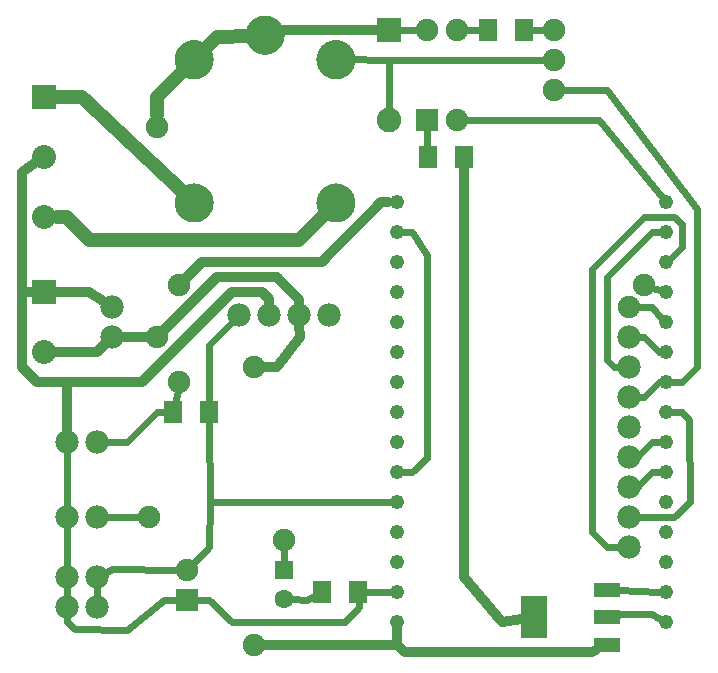
<source format=gbl>
G04 MADE WITH FRITZING*
G04 WWW.FRITZING.ORG*
G04 DOUBLE SIDED*
G04 HOLES PLATED*
G04 CONTOUR ON CENTER OF CONTOUR VECTOR*
%ASAXBY*%
%FSLAX23Y23*%
%MOIN*%
%OFA0B0*%
%SFA1.0B1.0*%
%ADD10C,0.047859*%
%ADD11C,0.080000*%
%ADD12C,0.078000*%
%ADD13C,0.129921*%
%ADD14C,0.082000*%
%ADD15C,0.075000*%
%ADD16C,0.062992*%
%ADD17C,0.075433*%
%ADD18R,0.079986X0.080000*%
%ADD19R,0.082000X0.082000*%
%ADD20R,0.062992X0.074803*%
%ADD21R,0.080000X0.080000*%
%ADD22R,0.075000X0.075000*%
%ADD23R,0.088000X0.048000*%
%ADD24R,0.086614X0.141732*%
%ADD25R,0.062992X0.062992*%
%ADD26C,0.032000*%
%ADD27C,0.024000*%
%ADD28C,0.048000*%
%ADD29R,0.001000X0.001000*%
%LNCOPPER0*%
G90*
G70*
G54D10*
X2178Y1498D03*
X1281Y1698D03*
X1281Y1598D03*
X1281Y1498D03*
X1281Y1398D03*
X1281Y1298D03*
X2178Y1598D03*
X2178Y1698D03*
X2178Y1398D03*
X1281Y1198D03*
X1281Y1098D03*
X1281Y999D03*
X1281Y899D03*
X1281Y799D03*
X1281Y699D03*
X1281Y599D03*
X1281Y499D03*
X1281Y400D03*
X1281Y300D03*
X2178Y999D03*
X2178Y899D03*
X2178Y799D03*
X2178Y699D03*
X2178Y599D03*
X2178Y499D03*
X2178Y400D03*
X2178Y300D03*
X2178Y1298D03*
X2178Y1198D03*
X2178Y1098D03*
G54D11*
X106Y1399D03*
X106Y1199D03*
G54D12*
X331Y1249D03*
X331Y1349D03*
G54D13*
X842Y2255D03*
X606Y2174D03*
X606Y1696D03*
X1078Y2174D03*
X1078Y1696D03*
G54D14*
X1256Y2272D03*
X1256Y1974D03*
G54D11*
X106Y1849D03*
X106Y1649D03*
X106Y2049D03*
G54D15*
X1381Y1974D03*
X1381Y2274D03*
X1481Y1974D03*
X1481Y2274D03*
G54D12*
X1056Y1324D03*
X956Y1324D03*
X856Y1324D03*
X756Y1324D03*
G54D15*
X581Y374D03*
X581Y474D03*
G54D12*
X181Y349D03*
X281Y349D03*
X181Y349D03*
X281Y349D03*
X281Y449D03*
X181Y449D03*
X281Y899D03*
X281Y899D03*
X181Y899D03*
X281Y649D03*
X181Y649D03*
X2056Y1249D03*
X2056Y1149D03*
X2056Y1049D03*
X2056Y949D03*
X2056Y849D03*
X2056Y749D03*
X2056Y649D03*
X2056Y549D03*
G54D16*
X906Y474D03*
X906Y376D03*
G54D17*
X806Y224D03*
X806Y1149D03*
X456Y649D03*
X2106Y1424D03*
X906Y574D03*
X2056Y1349D03*
X556Y1099D03*
X481Y1249D03*
X481Y1949D03*
X556Y1424D03*
G54D15*
X1806Y2274D03*
X1806Y2174D03*
X1806Y2074D03*
G54D18*
X106Y1399D03*
G54D19*
X1256Y2273D03*
G54D20*
X1584Y2274D03*
X1706Y2274D03*
X1384Y1849D03*
X1506Y1849D03*
G54D21*
X106Y2049D03*
G54D22*
X1381Y1974D03*
X581Y374D03*
G54D23*
X1981Y406D03*
X1981Y315D03*
X1981Y224D03*
G54D24*
X1737Y315D03*
G54D20*
X534Y999D03*
X656Y999D03*
G54D25*
X906Y474D03*
G54D20*
X1153Y399D03*
X1031Y399D03*
G54D26*
X256Y1398D02*
X301Y1369D01*
D02*
X80Y1099D02*
X182Y1099D01*
G54D27*
D02*
X656Y967D02*
X657Y699D01*
D02*
X380Y899D02*
X311Y899D01*
D02*
X480Y1000D02*
X380Y899D01*
D02*
X2231Y1549D02*
X2194Y1513D01*
D02*
X2231Y1625D02*
X2231Y1549D01*
D02*
X2205Y1649D02*
X2231Y1625D01*
G54D26*
D02*
X143Y1399D02*
X256Y1398D01*
G54D27*
D02*
X2131Y1600D02*
X2156Y1599D01*
D02*
X1981Y1174D02*
X1981Y1449D01*
D02*
X2006Y1149D02*
X1981Y1174D01*
D02*
X1981Y1449D02*
X2131Y1600D01*
D02*
X2026Y1149D02*
X2006Y1149D01*
D02*
X2106Y1649D02*
X2205Y1649D01*
D02*
X2130Y325D02*
X2032Y325D01*
D02*
X2032Y325D02*
X2019Y323D01*
G54D26*
D02*
X31Y1401D02*
X69Y1400D01*
D02*
X31Y1799D02*
X31Y1401D01*
D02*
X75Y1829D02*
X31Y1799D01*
D02*
X31Y1149D02*
X80Y1099D01*
D02*
X31Y1401D02*
X31Y1149D01*
G54D27*
D02*
X181Y679D02*
X181Y869D01*
D02*
X181Y479D02*
X181Y619D01*
D02*
X181Y419D02*
X181Y379D01*
D02*
X182Y300D02*
X182Y319D01*
D02*
X207Y275D02*
X182Y300D01*
D02*
X380Y274D02*
X207Y275D01*
D02*
X505Y374D02*
X380Y274D01*
D02*
X552Y374D02*
X505Y374D01*
D02*
X1331Y798D02*
X1303Y799D01*
D02*
X1380Y847D02*
X1331Y798D01*
D02*
X1331Y1599D02*
X1380Y1524D01*
D02*
X1380Y1524D02*
X1380Y847D01*
D02*
X1303Y1598D02*
X1331Y1599D01*
G54D28*
D02*
X681Y2248D02*
X794Y2253D01*
D02*
X640Y2208D02*
X681Y2248D01*
D02*
X232Y2049D02*
X571Y1729D01*
D02*
X148Y2049D02*
X232Y2049D01*
D02*
X955Y1574D02*
X1044Y1662D01*
D02*
X256Y1574D02*
X955Y1574D01*
D02*
X182Y1650D02*
X256Y1574D01*
D02*
X148Y1650D02*
X182Y1650D01*
G54D27*
D02*
X1106Y2175D02*
X1115Y2176D01*
D02*
X1256Y2174D02*
X1106Y2175D01*
D02*
X1256Y2006D02*
X1256Y2174D01*
G54D26*
D02*
X906Y2274D02*
X883Y2267D01*
D02*
X1218Y2272D02*
X906Y2274D01*
G54D27*
D02*
X1777Y2174D02*
X1256Y2174D01*
D02*
X2282Y1150D02*
X2231Y1099D01*
D02*
X2231Y1099D02*
X2200Y1099D01*
D02*
X2281Y1675D02*
X2282Y1150D01*
D02*
X1834Y2074D02*
X1981Y2073D01*
D02*
X1981Y2073D02*
X2281Y1675D01*
D02*
X1509Y2274D02*
X1558Y2274D01*
D02*
X1288Y2273D02*
X1352Y2274D01*
D02*
X1956Y1974D02*
X1509Y1974D01*
D02*
X2164Y1715D02*
X1956Y1974D01*
D02*
X1383Y1881D02*
X1382Y1946D01*
G54D26*
D02*
X182Y1099D02*
X181Y935D01*
D02*
X856Y1375D02*
X830Y1400D01*
D02*
X731Y1399D02*
X431Y1099D01*
D02*
X431Y1099D02*
X182Y1099D01*
D02*
X830Y1400D02*
X731Y1399D01*
D02*
X856Y1360D02*
X856Y1375D01*
G54D27*
D02*
X730Y299D02*
X1107Y300D01*
D02*
X656Y374D02*
X730Y299D01*
D02*
X609Y374D02*
X656Y374D01*
D02*
X308Y463D02*
X331Y475D01*
D02*
X331Y475D02*
X552Y474D01*
D02*
X281Y379D02*
X281Y419D01*
D02*
X656Y549D02*
X657Y699D01*
D02*
X601Y494D02*
X656Y549D01*
D02*
X657Y699D02*
X1259Y699D01*
D02*
X508Y999D02*
X480Y1000D01*
D02*
X656Y1031D02*
X656Y1224D01*
G54D26*
D02*
X282Y1199D02*
X143Y1199D01*
D02*
X306Y1224D02*
X282Y1199D01*
D02*
X446Y1249D02*
X367Y1249D01*
D02*
X681Y1449D02*
X505Y1273D01*
D02*
X881Y1449D02*
X681Y1449D01*
D02*
X955Y1374D02*
X881Y1449D01*
D02*
X956Y1360D02*
X955Y1374D01*
D02*
X1280Y223D02*
X1281Y272D01*
D02*
X1932Y199D02*
X1307Y199D01*
D02*
X1945Y206D02*
X1932Y199D01*
D02*
X1307Y199D02*
X1280Y223D01*
G54D27*
D02*
X2159Y310D02*
X2130Y325D01*
D02*
X2156Y400D02*
X2019Y405D01*
G54D26*
D02*
X1505Y449D02*
X1630Y300D01*
D02*
X1630Y300D02*
X1699Y310D01*
D02*
X1506Y1817D02*
X1505Y449D01*
G54D27*
D02*
X2105Y1249D02*
X2086Y1249D01*
D02*
X2156Y1198D02*
X2105Y1249D01*
D02*
X2156Y1198D02*
X2156Y1198D01*
D02*
X2106Y1049D02*
X2086Y1049D01*
D02*
X2156Y1098D02*
X2106Y1049D01*
D02*
X2156Y1098D02*
X2156Y1098D01*
D02*
X1930Y1475D02*
X2106Y1649D01*
D02*
X1981Y548D02*
X1930Y599D01*
D02*
X1930Y599D02*
X1930Y1475D01*
D02*
X2026Y549D02*
X1981Y548D01*
D02*
X2205Y649D02*
X2086Y649D01*
D02*
X2257Y700D02*
X2205Y649D01*
D02*
X2230Y999D02*
X2255Y974D01*
D02*
X2200Y999D02*
X2230Y999D01*
D02*
X2131Y800D02*
X2156Y800D01*
D02*
X2080Y749D02*
X2131Y800D01*
D02*
X2086Y749D02*
X2080Y749D01*
D02*
X2131Y900D02*
X2156Y900D01*
D02*
X2080Y850D02*
X2131Y900D01*
D02*
X2086Y850D02*
X2080Y850D01*
D02*
X735Y1303D02*
X656Y1224D01*
G54D26*
D02*
X840Y224D02*
X1280Y223D01*
G54D27*
D02*
X1156Y349D02*
X1107Y300D01*
D02*
X1155Y367D02*
X1156Y349D01*
D02*
X933Y375D02*
X981Y374D01*
D02*
X981Y374D02*
X1005Y386D01*
G54D26*
D02*
X631Y1499D02*
X580Y1449D01*
D02*
X1031Y1498D02*
X631Y1499D01*
D02*
X1229Y1698D02*
X1031Y1498D01*
D02*
X1253Y1698D02*
X1229Y1698D01*
D02*
X957Y1249D02*
X956Y1289D01*
D02*
X881Y1150D02*
X957Y1249D01*
D02*
X840Y1149D02*
X881Y1150D01*
G54D27*
D02*
X541Y1031D02*
X550Y1071D01*
D02*
X2131Y1349D02*
X2085Y1349D01*
D02*
X2163Y1314D02*
X2131Y1349D01*
D02*
X906Y545D02*
X906Y501D01*
D02*
X2133Y1414D02*
X2157Y1406D01*
D02*
X311Y649D02*
X427Y649D01*
G54D28*
D02*
X481Y2048D02*
X481Y1989D01*
D02*
X572Y2140D02*
X481Y2048D01*
G54D27*
D02*
X1732Y2274D02*
X1777Y2274D01*
D02*
X1179Y399D02*
X1259Y399D01*
D02*
X2255Y974D02*
X2257Y700D01*
G54D29*
X839Y2320D02*
X844Y2320D01*
X831Y2319D02*
X852Y2319D01*
X826Y2318D02*
X857Y2318D01*
X822Y2317D02*
X861Y2317D01*
X819Y2316D02*
X864Y2316D01*
X817Y2315D02*
X866Y2315D01*
X815Y2314D02*
X868Y2314D01*
X813Y2313D02*
X870Y2313D01*
X811Y2312D02*
X872Y2312D01*
X809Y2311D02*
X874Y2311D01*
X807Y2310D02*
X876Y2310D01*
X806Y2309D02*
X877Y2309D01*
X804Y2308D02*
X879Y2308D01*
X803Y2307D02*
X880Y2307D01*
X802Y2306D02*
X881Y2306D01*
X800Y2305D02*
X883Y2305D01*
X799Y2304D02*
X884Y2304D01*
X798Y2303D02*
X885Y2303D01*
X797Y2302D02*
X886Y2302D01*
X796Y2301D02*
X887Y2301D01*
X795Y2300D02*
X888Y2300D01*
X794Y2299D02*
X889Y2299D01*
X793Y2298D02*
X890Y2298D01*
X792Y2297D02*
X891Y2297D01*
X792Y2296D02*
X891Y2296D01*
X791Y2295D02*
X892Y2295D01*
X790Y2294D02*
X893Y2294D01*
X789Y2293D02*
X894Y2293D01*
X789Y2292D02*
X894Y2292D01*
X788Y2291D02*
X895Y2291D01*
X787Y2290D02*
X896Y2290D01*
X787Y2289D02*
X896Y2289D01*
X786Y2288D02*
X897Y2288D01*
X785Y2287D02*
X898Y2287D01*
X785Y2286D02*
X898Y2286D01*
X784Y2285D02*
X899Y2285D01*
X784Y2284D02*
X899Y2284D01*
X783Y2283D02*
X900Y2283D01*
X783Y2282D02*
X900Y2282D01*
X782Y2281D02*
X901Y2281D01*
X782Y2280D02*
X834Y2280D01*
X849Y2280D02*
X901Y2280D01*
X782Y2279D02*
X832Y2279D01*
X852Y2279D02*
X901Y2279D01*
X781Y2278D02*
X829Y2278D01*
X854Y2278D02*
X902Y2278D01*
X781Y2277D02*
X828Y2277D01*
X855Y2277D02*
X902Y2277D01*
X781Y2276D02*
X826Y2276D01*
X857Y2276D02*
X902Y2276D01*
X780Y2275D02*
X825Y2275D01*
X858Y2275D02*
X903Y2275D01*
X780Y2274D02*
X824Y2274D01*
X859Y2274D02*
X903Y2274D01*
X780Y2273D02*
X823Y2273D01*
X860Y2273D02*
X903Y2273D01*
X779Y2272D02*
X822Y2272D01*
X861Y2272D02*
X904Y2272D01*
X779Y2271D02*
X821Y2271D01*
X862Y2271D02*
X904Y2271D01*
X779Y2270D02*
X820Y2270D01*
X863Y2270D02*
X904Y2270D01*
X779Y2269D02*
X819Y2269D01*
X864Y2269D02*
X904Y2269D01*
X778Y2268D02*
X819Y2268D01*
X864Y2268D02*
X905Y2268D01*
X778Y2267D02*
X818Y2267D01*
X865Y2267D02*
X905Y2267D01*
X778Y2266D02*
X818Y2266D01*
X865Y2266D02*
X905Y2266D01*
X778Y2265D02*
X817Y2265D01*
X866Y2265D02*
X905Y2265D01*
X778Y2264D02*
X817Y2264D01*
X866Y2264D02*
X905Y2264D01*
X778Y2263D02*
X817Y2263D01*
X866Y2263D02*
X905Y2263D01*
X777Y2262D02*
X816Y2262D01*
X867Y2262D02*
X906Y2262D01*
X777Y2261D02*
X816Y2261D01*
X867Y2261D02*
X906Y2261D01*
X777Y2260D02*
X816Y2260D01*
X867Y2260D02*
X906Y2260D01*
X777Y2259D02*
X816Y2259D01*
X867Y2259D02*
X906Y2259D01*
X777Y2258D02*
X816Y2258D01*
X868Y2258D02*
X906Y2258D01*
X777Y2257D02*
X815Y2257D01*
X868Y2257D02*
X906Y2257D01*
X777Y2256D02*
X815Y2256D01*
X868Y2256D02*
X906Y2256D01*
X777Y2255D02*
X815Y2255D01*
X868Y2255D02*
X906Y2255D01*
X777Y2254D02*
X815Y2254D01*
X868Y2254D02*
X906Y2254D01*
X777Y2253D02*
X815Y2253D01*
X868Y2253D02*
X906Y2253D01*
X777Y2252D02*
X816Y2252D01*
X867Y2252D02*
X906Y2252D01*
X777Y2251D02*
X816Y2251D01*
X867Y2251D02*
X906Y2251D01*
X777Y2250D02*
X816Y2250D01*
X867Y2250D02*
X906Y2250D01*
X777Y2249D02*
X816Y2249D01*
X867Y2249D02*
X906Y2249D01*
X778Y2248D02*
X816Y2248D01*
X867Y2248D02*
X905Y2248D01*
X778Y2247D02*
X817Y2247D01*
X866Y2247D02*
X905Y2247D01*
X778Y2246D02*
X817Y2246D01*
X866Y2246D02*
X905Y2246D01*
X778Y2245D02*
X818Y2245D01*
X865Y2245D02*
X905Y2245D01*
X778Y2244D02*
X818Y2244D01*
X865Y2244D02*
X905Y2244D01*
X778Y2243D02*
X819Y2243D01*
X864Y2243D02*
X905Y2243D01*
X779Y2242D02*
X819Y2242D01*
X864Y2242D02*
X904Y2242D01*
X779Y2241D02*
X820Y2241D01*
X863Y2241D02*
X904Y2241D01*
X779Y2240D02*
X820Y2240D01*
X863Y2240D02*
X904Y2240D01*
X599Y2239D02*
X612Y2239D01*
X779Y2239D02*
X821Y2239D01*
X862Y2239D02*
X904Y2239D01*
X1071Y2239D02*
X1084Y2239D01*
X593Y2238D02*
X618Y2238D01*
X780Y2238D02*
X822Y2238D01*
X861Y2238D02*
X903Y2238D01*
X1065Y2238D02*
X1090Y2238D01*
X589Y2237D02*
X622Y2237D01*
X780Y2237D02*
X823Y2237D01*
X860Y2237D02*
X903Y2237D01*
X1061Y2237D02*
X1094Y2237D01*
X585Y2236D02*
X626Y2236D01*
X780Y2236D02*
X824Y2236D01*
X859Y2236D02*
X903Y2236D01*
X1058Y2236D02*
X1098Y2236D01*
X582Y2235D02*
X628Y2235D01*
X780Y2235D02*
X825Y2235D01*
X858Y2235D02*
X903Y2235D01*
X1055Y2235D02*
X1101Y2235D01*
X580Y2234D02*
X631Y2234D01*
X781Y2234D02*
X827Y2234D01*
X856Y2234D02*
X902Y2234D01*
X1052Y2234D02*
X1103Y2234D01*
X578Y2233D02*
X633Y2233D01*
X781Y2233D02*
X828Y2233D01*
X855Y2233D02*
X902Y2233D01*
X1050Y2233D02*
X1105Y2233D01*
X576Y2232D02*
X635Y2232D01*
X781Y2232D02*
X830Y2232D01*
X853Y2232D02*
X902Y2232D01*
X1048Y2232D02*
X1107Y2232D01*
X574Y2231D02*
X637Y2231D01*
X782Y2231D02*
X833Y2231D01*
X850Y2231D02*
X901Y2231D01*
X1046Y2231D02*
X1109Y2231D01*
X572Y2230D02*
X638Y2230D01*
X782Y2230D02*
X836Y2230D01*
X847Y2230D02*
X901Y2230D01*
X1045Y2230D02*
X1111Y2230D01*
X571Y2229D02*
X640Y2229D01*
X783Y2229D02*
X900Y2229D01*
X1043Y2229D02*
X1112Y2229D01*
X569Y2228D02*
X642Y2228D01*
X783Y2228D02*
X900Y2228D01*
X1042Y2228D02*
X1114Y2228D01*
X568Y2227D02*
X643Y2227D01*
X784Y2227D02*
X899Y2227D01*
X1040Y2227D02*
X1115Y2227D01*
X566Y2226D02*
X644Y2226D01*
X784Y2226D02*
X899Y2226D01*
X1039Y2226D02*
X1117Y2226D01*
X565Y2225D02*
X646Y2225D01*
X785Y2225D02*
X898Y2225D01*
X1037Y2225D02*
X1118Y2225D01*
X564Y2224D02*
X647Y2224D01*
X785Y2224D02*
X898Y2224D01*
X1036Y2224D02*
X1119Y2224D01*
X563Y2223D02*
X648Y2223D01*
X786Y2223D02*
X897Y2223D01*
X1035Y2223D02*
X1120Y2223D01*
X562Y2222D02*
X649Y2222D01*
X786Y2222D02*
X897Y2222D01*
X1034Y2222D02*
X1121Y2222D01*
X561Y2221D02*
X650Y2221D01*
X787Y2221D02*
X896Y2221D01*
X1033Y2221D02*
X1123Y2221D01*
X560Y2220D02*
X651Y2220D01*
X788Y2220D02*
X895Y2220D01*
X1032Y2220D02*
X1124Y2220D01*
X559Y2219D02*
X652Y2219D01*
X788Y2219D02*
X895Y2219D01*
X1031Y2219D02*
X1124Y2219D01*
X558Y2218D02*
X653Y2218D01*
X789Y2218D02*
X894Y2218D01*
X1030Y2218D02*
X1125Y2218D01*
X557Y2217D02*
X654Y2217D01*
X790Y2217D02*
X893Y2217D01*
X1029Y2217D02*
X1126Y2217D01*
X556Y2216D02*
X655Y2216D01*
X790Y2216D02*
X893Y2216D01*
X1028Y2216D02*
X1127Y2216D01*
X555Y2215D02*
X655Y2215D01*
X791Y2215D02*
X892Y2215D01*
X1028Y2215D02*
X1128Y2215D01*
X554Y2214D02*
X656Y2214D01*
X792Y2214D02*
X891Y2214D01*
X1027Y2214D02*
X1129Y2214D01*
X554Y2213D02*
X657Y2213D01*
X793Y2213D02*
X890Y2213D01*
X1026Y2213D02*
X1129Y2213D01*
X553Y2212D02*
X658Y2212D01*
X794Y2212D02*
X889Y2212D01*
X1025Y2212D02*
X1130Y2212D01*
X552Y2211D02*
X658Y2211D01*
X795Y2211D02*
X888Y2211D01*
X1025Y2211D02*
X1131Y2211D01*
X552Y2210D02*
X659Y2210D01*
X795Y2210D02*
X888Y2210D01*
X1024Y2210D02*
X1131Y2210D01*
X551Y2209D02*
X660Y2209D01*
X796Y2209D02*
X887Y2209D01*
X1023Y2209D02*
X1132Y2209D01*
X550Y2208D02*
X660Y2208D01*
X798Y2208D02*
X885Y2208D01*
X1023Y2208D02*
X1133Y2208D01*
X550Y2207D02*
X661Y2207D01*
X799Y2207D02*
X884Y2207D01*
X1022Y2207D02*
X1133Y2207D01*
X549Y2206D02*
X662Y2206D01*
X800Y2206D02*
X883Y2206D01*
X1021Y2206D02*
X1134Y2206D01*
X549Y2205D02*
X662Y2205D01*
X801Y2205D02*
X882Y2205D01*
X1021Y2205D02*
X1134Y2205D01*
X548Y2204D02*
X663Y2204D01*
X802Y2204D02*
X881Y2204D01*
X1020Y2204D02*
X1135Y2204D01*
X548Y2203D02*
X663Y2203D01*
X804Y2203D02*
X879Y2203D01*
X1020Y2203D02*
X1135Y2203D01*
X547Y2202D02*
X664Y2202D01*
X805Y2202D02*
X878Y2202D01*
X1019Y2202D02*
X1136Y2202D01*
X547Y2201D02*
X664Y2201D01*
X806Y2201D02*
X877Y2201D01*
X1019Y2201D02*
X1136Y2201D01*
X546Y2200D02*
X602Y2200D01*
X609Y2200D02*
X665Y2200D01*
X808Y2200D02*
X875Y2200D01*
X1018Y2200D02*
X1074Y2200D01*
X1081Y2200D02*
X1137Y2200D01*
X546Y2199D02*
X597Y2199D01*
X613Y2199D02*
X665Y2199D01*
X810Y2199D02*
X873Y2199D01*
X1018Y2199D02*
X1070Y2199D01*
X1086Y2199D02*
X1137Y2199D01*
X545Y2198D02*
X595Y2198D01*
X616Y2198D02*
X665Y2198D01*
X811Y2198D02*
X872Y2198D01*
X1018Y2198D02*
X1067Y2198D01*
X1088Y2198D02*
X1138Y2198D01*
X545Y2197D02*
X593Y2197D01*
X618Y2197D02*
X666Y2197D01*
X813Y2197D02*
X870Y2197D01*
X1017Y2197D02*
X1065Y2197D01*
X1090Y2197D02*
X1138Y2197D01*
X545Y2196D02*
X591Y2196D01*
X620Y2196D02*
X666Y2196D01*
X815Y2196D02*
X868Y2196D01*
X1017Y2196D02*
X1063Y2196D01*
X1092Y2196D02*
X1138Y2196D01*
X544Y2195D02*
X590Y2195D01*
X621Y2195D02*
X666Y2195D01*
X818Y2195D02*
X865Y2195D01*
X1017Y2195D02*
X1062Y2195D01*
X1094Y2195D02*
X1139Y2195D01*
X544Y2194D02*
X588Y2194D01*
X622Y2194D02*
X667Y2194D01*
X821Y2194D02*
X862Y2194D01*
X1016Y2194D02*
X1061Y2194D01*
X1095Y2194D02*
X1139Y2194D01*
X544Y2193D02*
X587Y2193D01*
X623Y2193D02*
X667Y2193D01*
X824Y2193D02*
X859Y2193D01*
X1016Y2193D02*
X1060Y2193D01*
X1096Y2193D02*
X1139Y2193D01*
X543Y2192D02*
X586Y2192D01*
X624Y2192D02*
X667Y2192D01*
X828Y2192D02*
X855Y2192D01*
X1016Y2192D02*
X1059Y2192D01*
X1097Y2192D02*
X1140Y2192D01*
X543Y2191D02*
X585Y2191D01*
X625Y2191D02*
X668Y2191D01*
X833Y2191D02*
X850Y2191D01*
X1016Y2191D02*
X1058Y2191D01*
X1098Y2191D02*
X1140Y2191D01*
X543Y2190D02*
X584Y2190D01*
X626Y2190D02*
X668Y2190D01*
X1015Y2190D02*
X1057Y2190D01*
X1099Y2190D02*
X1140Y2190D01*
X543Y2189D02*
X584Y2189D01*
X627Y2189D02*
X668Y2189D01*
X1015Y2189D02*
X1056Y2189D01*
X1099Y2189D02*
X1140Y2189D01*
X542Y2188D02*
X583Y2188D01*
X628Y2188D02*
X668Y2188D01*
X1015Y2188D02*
X1055Y2188D01*
X1100Y2188D02*
X1141Y2188D01*
X542Y2187D02*
X583Y2187D01*
X628Y2187D02*
X668Y2187D01*
X1015Y2187D02*
X1055Y2187D01*
X1100Y2187D02*
X1141Y2187D01*
X542Y2186D02*
X582Y2186D01*
X629Y2186D02*
X669Y2186D01*
X1014Y2186D02*
X1054Y2186D01*
X1101Y2186D02*
X1141Y2186D01*
X542Y2185D02*
X582Y2185D01*
X629Y2185D02*
X669Y2185D01*
X1014Y2185D02*
X1054Y2185D01*
X1102Y2185D02*
X1141Y2185D01*
X542Y2184D02*
X581Y2184D01*
X630Y2184D02*
X669Y2184D01*
X1014Y2184D02*
X1053Y2184D01*
X1102Y2184D02*
X1141Y2184D01*
X542Y2183D02*
X581Y2183D01*
X630Y2183D02*
X669Y2183D01*
X1014Y2183D02*
X1053Y2183D01*
X1102Y2183D02*
X1141Y2183D01*
X541Y2182D02*
X580Y2182D01*
X630Y2182D02*
X669Y2182D01*
X1014Y2182D02*
X1053Y2182D01*
X1103Y2182D02*
X1142Y2182D01*
X541Y2181D02*
X580Y2181D01*
X631Y2181D02*
X669Y2181D01*
X1014Y2181D02*
X1052Y2181D01*
X1103Y2181D02*
X1142Y2181D01*
X541Y2180D02*
X580Y2180D01*
X631Y2180D02*
X669Y2180D01*
X1014Y2180D02*
X1052Y2180D01*
X1103Y2180D02*
X1142Y2180D01*
X541Y2179D02*
X580Y2179D01*
X631Y2179D02*
X670Y2179D01*
X1014Y2179D02*
X1052Y2179D01*
X1103Y2179D02*
X1142Y2179D01*
X541Y2178D02*
X579Y2178D01*
X631Y2178D02*
X670Y2178D01*
X1013Y2178D02*
X1052Y2178D01*
X1104Y2178D02*
X1142Y2178D01*
X541Y2177D02*
X579Y2177D01*
X631Y2177D02*
X670Y2177D01*
X1013Y2177D02*
X1052Y2177D01*
X1104Y2177D02*
X1142Y2177D01*
X541Y2176D02*
X579Y2176D01*
X631Y2176D02*
X670Y2176D01*
X1013Y2176D02*
X1052Y2176D01*
X1104Y2176D02*
X1142Y2176D01*
X541Y2175D02*
X579Y2175D01*
X631Y2175D02*
X670Y2175D01*
X1013Y2175D02*
X1052Y2175D01*
X1104Y2175D02*
X1142Y2175D01*
X541Y2174D02*
X579Y2174D01*
X631Y2174D02*
X670Y2174D01*
X1013Y2174D02*
X1052Y2174D01*
X1104Y2174D02*
X1142Y2174D01*
X541Y2173D02*
X579Y2173D01*
X631Y2173D02*
X670Y2173D01*
X1013Y2173D02*
X1052Y2173D01*
X1104Y2173D02*
X1142Y2173D01*
X541Y2172D02*
X579Y2172D01*
X631Y2172D02*
X670Y2172D01*
X1013Y2172D02*
X1052Y2172D01*
X1104Y2172D02*
X1142Y2172D01*
X541Y2171D02*
X579Y2171D01*
X631Y2171D02*
X670Y2171D01*
X1013Y2171D02*
X1052Y2171D01*
X1104Y2171D02*
X1142Y2171D01*
X541Y2170D02*
X580Y2170D01*
X631Y2170D02*
X670Y2170D01*
X1014Y2170D02*
X1052Y2170D01*
X1103Y2170D02*
X1142Y2170D01*
X541Y2169D02*
X580Y2169D01*
X631Y2169D02*
X669Y2169D01*
X1014Y2169D02*
X1052Y2169D01*
X1103Y2169D02*
X1142Y2169D01*
X541Y2168D02*
X580Y2168D01*
X631Y2168D02*
X669Y2168D01*
X1014Y2168D02*
X1052Y2168D01*
X1103Y2168D02*
X1142Y2168D01*
X541Y2167D02*
X580Y2167D01*
X630Y2167D02*
X669Y2167D01*
X1014Y2167D02*
X1053Y2167D01*
X1103Y2167D02*
X1142Y2167D01*
X542Y2166D02*
X581Y2166D01*
X630Y2166D02*
X669Y2166D01*
X1014Y2166D02*
X1053Y2166D01*
X1102Y2166D02*
X1141Y2166D01*
X542Y2165D02*
X581Y2165D01*
X630Y2165D02*
X669Y2165D01*
X1014Y2165D02*
X1053Y2165D01*
X1102Y2165D02*
X1141Y2165D01*
X542Y2164D02*
X582Y2164D01*
X629Y2164D02*
X669Y2164D01*
X1014Y2164D02*
X1054Y2164D01*
X1101Y2164D02*
X1141Y2164D01*
X542Y2163D02*
X582Y2163D01*
X629Y2163D02*
X669Y2163D01*
X1014Y2163D02*
X1054Y2163D01*
X1101Y2163D02*
X1141Y2163D01*
X542Y2162D02*
X583Y2162D01*
X628Y2162D02*
X668Y2162D01*
X1015Y2162D02*
X1055Y2162D01*
X1100Y2162D02*
X1141Y2162D01*
X542Y2161D02*
X583Y2161D01*
X628Y2161D02*
X668Y2161D01*
X1015Y2161D02*
X1055Y2161D01*
X1100Y2161D02*
X1141Y2161D01*
X543Y2160D02*
X584Y2160D01*
X627Y2160D02*
X668Y2160D01*
X1015Y2160D02*
X1056Y2160D01*
X1099Y2160D02*
X1140Y2160D01*
X543Y2159D02*
X585Y2159D01*
X626Y2159D02*
X668Y2159D01*
X1015Y2159D02*
X1057Y2159D01*
X1099Y2159D02*
X1140Y2159D01*
X543Y2158D02*
X585Y2158D01*
X625Y2158D02*
X667Y2158D01*
X1016Y2158D02*
X1058Y2158D01*
X1098Y2158D02*
X1140Y2158D01*
X543Y2157D02*
X586Y2157D01*
X624Y2157D02*
X667Y2157D01*
X1016Y2157D02*
X1059Y2157D01*
X1097Y2157D02*
X1140Y2157D01*
X544Y2156D02*
X587Y2156D01*
X623Y2156D02*
X667Y2156D01*
X1016Y2156D02*
X1060Y2156D01*
X1096Y2156D02*
X1139Y2156D01*
X544Y2155D02*
X588Y2155D01*
X622Y2155D02*
X667Y2155D01*
X1016Y2155D02*
X1061Y2155D01*
X1095Y2155D02*
X1139Y2155D01*
X544Y2154D02*
X590Y2154D01*
X621Y2154D02*
X666Y2154D01*
X1017Y2154D02*
X1062Y2154D01*
X1093Y2154D02*
X1139Y2154D01*
X545Y2153D02*
X591Y2153D01*
X620Y2153D02*
X666Y2153D01*
X1017Y2153D02*
X1063Y2153D01*
X1092Y2153D02*
X1138Y2153D01*
X545Y2152D02*
X593Y2152D01*
X618Y2152D02*
X666Y2152D01*
X1017Y2152D02*
X1065Y2152D01*
X1090Y2152D02*
X1138Y2152D01*
X545Y2151D02*
X595Y2151D01*
X616Y2151D02*
X665Y2151D01*
X1018Y2151D02*
X1067Y2151D01*
X1088Y2151D02*
X1138Y2151D01*
X546Y2150D02*
X597Y2150D01*
X613Y2150D02*
X665Y2150D01*
X1018Y2150D02*
X1070Y2150D01*
X1086Y2150D02*
X1137Y2150D01*
X546Y2149D02*
X603Y2149D01*
X608Y2149D02*
X665Y2149D01*
X1018Y2149D02*
X1075Y2149D01*
X1080Y2149D02*
X1137Y2149D01*
X547Y2148D02*
X664Y2148D01*
X1019Y2148D02*
X1136Y2148D01*
X547Y2147D02*
X664Y2147D01*
X1019Y2147D02*
X1136Y2147D01*
X548Y2146D02*
X663Y2146D01*
X1020Y2146D02*
X1135Y2146D01*
X548Y2145D02*
X663Y2145D01*
X1020Y2145D02*
X1135Y2145D01*
X549Y2144D02*
X662Y2144D01*
X1021Y2144D02*
X1134Y2144D01*
X549Y2143D02*
X662Y2143D01*
X1022Y2143D02*
X1134Y2143D01*
X550Y2142D02*
X661Y2142D01*
X1022Y2142D02*
X1133Y2142D01*
X550Y2141D02*
X660Y2141D01*
X1023Y2141D02*
X1133Y2141D01*
X551Y2140D02*
X660Y2140D01*
X1023Y2140D02*
X1132Y2140D01*
X552Y2139D02*
X659Y2139D01*
X1024Y2139D02*
X1131Y2139D01*
X552Y2138D02*
X658Y2138D01*
X1025Y2138D02*
X1131Y2138D01*
X553Y2137D02*
X658Y2137D01*
X1025Y2137D02*
X1130Y2137D01*
X554Y2136D02*
X657Y2136D01*
X1026Y2136D02*
X1129Y2136D01*
X554Y2135D02*
X656Y2135D01*
X1027Y2135D02*
X1129Y2135D01*
X555Y2134D02*
X655Y2134D01*
X1028Y2134D02*
X1128Y2134D01*
X556Y2133D02*
X655Y2133D01*
X1028Y2133D02*
X1127Y2133D01*
X557Y2132D02*
X654Y2132D01*
X1029Y2132D02*
X1126Y2132D01*
X558Y2131D02*
X653Y2131D01*
X1030Y2131D02*
X1125Y2131D01*
X559Y2130D02*
X652Y2130D01*
X1031Y2130D02*
X1124Y2130D01*
X560Y2129D02*
X651Y2129D01*
X1032Y2129D02*
X1123Y2129D01*
X561Y2128D02*
X650Y2128D01*
X1033Y2128D02*
X1122Y2128D01*
X562Y2127D02*
X649Y2127D01*
X1034Y2127D02*
X1121Y2127D01*
X563Y2126D02*
X648Y2126D01*
X1035Y2126D02*
X1120Y2126D01*
X564Y2125D02*
X647Y2125D01*
X1036Y2125D02*
X1119Y2125D01*
X565Y2124D02*
X645Y2124D01*
X1038Y2124D02*
X1118Y2124D01*
X567Y2123D02*
X644Y2123D01*
X1039Y2123D02*
X1117Y2123D01*
X568Y2122D02*
X643Y2122D01*
X1040Y2122D02*
X1115Y2122D01*
X569Y2121D02*
X641Y2121D01*
X1042Y2121D02*
X1114Y2121D01*
X571Y2120D02*
X640Y2120D01*
X1043Y2120D02*
X1112Y2120D01*
X572Y2119D02*
X638Y2119D01*
X1045Y2119D02*
X1111Y2119D01*
X574Y2118D02*
X637Y2118D01*
X1046Y2118D02*
X1109Y2118D01*
X576Y2117D02*
X635Y2117D01*
X1048Y2117D02*
X1107Y2117D01*
X578Y2116D02*
X633Y2116D01*
X1050Y2116D02*
X1105Y2116D01*
X580Y2115D02*
X631Y2115D01*
X1052Y2115D02*
X1103Y2115D01*
X582Y2114D02*
X628Y2114D01*
X1055Y2114D02*
X1101Y2114D01*
X585Y2113D02*
X625Y2113D01*
X1058Y2113D02*
X1098Y2113D01*
X589Y2112D02*
X622Y2112D01*
X1061Y2112D02*
X1094Y2112D01*
X593Y2111D02*
X618Y2111D01*
X1065Y2111D02*
X1090Y2111D01*
X599Y2110D02*
X612Y2110D01*
X1071Y2110D02*
X1084Y2110D01*
X603Y1761D02*
X608Y1761D01*
X1075Y1761D02*
X1080Y1761D01*
X594Y1760D02*
X616Y1760D01*
X1067Y1760D02*
X1089Y1760D01*
X590Y1759D02*
X621Y1759D01*
X1062Y1759D02*
X1093Y1759D01*
X586Y1758D02*
X625Y1758D01*
X1058Y1758D02*
X1097Y1758D01*
X583Y1757D02*
X627Y1757D01*
X1056Y1757D02*
X1100Y1757D01*
X580Y1756D02*
X630Y1756D01*
X1053Y1756D02*
X1103Y1756D01*
X578Y1755D02*
X632Y1755D01*
X1051Y1755D02*
X1105Y1755D01*
X576Y1754D02*
X634Y1754D01*
X1049Y1754D02*
X1107Y1754D01*
X574Y1753D02*
X636Y1753D01*
X1047Y1753D02*
X1109Y1753D01*
X573Y1752D02*
X638Y1752D01*
X1045Y1752D02*
X1110Y1752D01*
X571Y1751D02*
X639Y1751D01*
X1044Y1751D02*
X1112Y1751D01*
X570Y1750D02*
X641Y1750D01*
X1042Y1750D02*
X1113Y1750D01*
X568Y1749D02*
X642Y1749D01*
X1041Y1749D02*
X1115Y1749D01*
X567Y1748D02*
X644Y1748D01*
X1039Y1748D02*
X1116Y1748D01*
X566Y1747D02*
X645Y1747D01*
X1038Y1747D02*
X1118Y1747D01*
X564Y1746D02*
X646Y1746D01*
X1037Y1746D02*
X1119Y1746D01*
X563Y1745D02*
X648Y1745D01*
X1035Y1745D02*
X1120Y1745D01*
X562Y1744D02*
X649Y1744D01*
X1034Y1744D02*
X1121Y1744D01*
X561Y1743D02*
X650Y1743D01*
X1033Y1743D02*
X1122Y1743D01*
X560Y1742D02*
X651Y1742D01*
X1032Y1742D02*
X1123Y1742D01*
X559Y1741D02*
X652Y1741D01*
X1031Y1741D02*
X1124Y1741D01*
X558Y1740D02*
X653Y1740D01*
X1030Y1740D02*
X1125Y1740D01*
X557Y1739D02*
X654Y1739D01*
X1029Y1739D02*
X1126Y1739D01*
X556Y1738D02*
X654Y1738D01*
X1029Y1738D02*
X1127Y1738D01*
X555Y1737D02*
X655Y1737D01*
X1028Y1737D02*
X1128Y1737D01*
X555Y1736D02*
X656Y1736D01*
X1027Y1736D02*
X1128Y1736D01*
X554Y1735D02*
X657Y1735D01*
X1026Y1735D02*
X1129Y1735D01*
X553Y1734D02*
X657Y1734D01*
X1026Y1734D02*
X1130Y1734D01*
X552Y1733D02*
X658Y1733D01*
X1025Y1733D02*
X1131Y1733D01*
X552Y1732D02*
X659Y1732D01*
X1024Y1732D02*
X1131Y1732D01*
X551Y1731D02*
X660Y1731D01*
X1024Y1731D02*
X1132Y1731D01*
X551Y1730D02*
X660Y1730D01*
X1023Y1730D02*
X1132Y1730D01*
X550Y1729D02*
X661Y1729D01*
X1022Y1729D02*
X1133Y1729D01*
X549Y1728D02*
X661Y1728D01*
X1022Y1728D02*
X1134Y1728D01*
X549Y1727D02*
X662Y1727D01*
X1021Y1727D02*
X1134Y1727D01*
X548Y1726D02*
X662Y1726D01*
X1021Y1726D02*
X1135Y1726D01*
X548Y1725D02*
X663Y1725D01*
X1020Y1725D02*
X1135Y1725D01*
X547Y1724D02*
X663Y1724D01*
X1020Y1724D02*
X1136Y1724D01*
X547Y1723D02*
X664Y1723D01*
X1019Y1723D02*
X1136Y1723D01*
X546Y1722D02*
X664Y1722D01*
X1019Y1722D02*
X1137Y1722D01*
X546Y1721D02*
X598Y1721D01*
X612Y1721D02*
X665Y1721D01*
X1018Y1721D02*
X1071Y1721D01*
X1085Y1721D02*
X1137Y1721D01*
X545Y1720D02*
X595Y1720D01*
X615Y1720D02*
X665Y1720D01*
X1018Y1720D02*
X1068Y1720D01*
X1088Y1720D02*
X1138Y1720D01*
X545Y1719D02*
X593Y1719D01*
X617Y1719D02*
X666Y1719D01*
X1017Y1719D02*
X1066Y1719D01*
X1090Y1719D02*
X1138Y1719D01*
X545Y1718D02*
X591Y1718D01*
X619Y1718D02*
X666Y1718D01*
X1017Y1718D02*
X1064Y1718D01*
X1092Y1718D02*
X1138Y1718D01*
X544Y1717D02*
X590Y1717D01*
X621Y1717D02*
X666Y1717D01*
X1017Y1717D02*
X1062Y1717D01*
X1093Y1717D02*
X1139Y1717D01*
X544Y1716D02*
X589Y1716D01*
X622Y1716D02*
X667Y1716D01*
X1016Y1716D02*
X1061Y1716D01*
X1094Y1716D02*
X1139Y1716D01*
X544Y1715D02*
X588Y1715D01*
X623Y1715D02*
X667Y1715D01*
X1016Y1715D02*
X1060Y1715D01*
X1096Y1715D02*
X1139Y1715D01*
X543Y1714D02*
X586Y1714D01*
X624Y1714D02*
X667Y1714D01*
X1016Y1714D02*
X1059Y1714D01*
X1097Y1714D02*
X1140Y1714D01*
X543Y1713D02*
X586Y1713D01*
X625Y1713D02*
X667Y1713D01*
X1016Y1713D02*
X1058Y1713D01*
X1097Y1713D02*
X1140Y1713D01*
X543Y1712D02*
X585Y1712D01*
X626Y1712D02*
X668Y1712D01*
X1015Y1712D02*
X1057Y1712D01*
X1098Y1712D02*
X1140Y1712D01*
X543Y1711D02*
X584Y1711D01*
X627Y1711D02*
X668Y1711D01*
X1015Y1711D02*
X1056Y1711D01*
X1099Y1711D02*
X1140Y1711D01*
X542Y1710D02*
X583Y1710D01*
X627Y1710D02*
X668Y1710D01*
X1015Y1710D02*
X1056Y1710D01*
X1100Y1710D02*
X1141Y1710D01*
X542Y1709D02*
X583Y1709D01*
X628Y1709D02*
X668Y1709D01*
X1015Y1709D02*
X1055Y1709D01*
X1100Y1709D02*
X1141Y1709D01*
X542Y1708D02*
X582Y1708D01*
X628Y1708D02*
X669Y1708D01*
X1014Y1708D02*
X1055Y1708D01*
X1101Y1708D02*
X1141Y1708D01*
X542Y1707D02*
X582Y1707D01*
X629Y1707D02*
X669Y1707D01*
X1014Y1707D02*
X1054Y1707D01*
X1101Y1707D02*
X1141Y1707D01*
X542Y1706D02*
X581Y1706D01*
X629Y1706D02*
X669Y1706D01*
X1014Y1706D02*
X1054Y1706D01*
X1102Y1706D02*
X1141Y1706D01*
X542Y1705D02*
X581Y1705D01*
X630Y1705D02*
X669Y1705D01*
X1014Y1705D02*
X1053Y1705D01*
X1102Y1705D02*
X1141Y1705D01*
X541Y1704D02*
X580Y1704D01*
X630Y1704D02*
X669Y1704D01*
X1014Y1704D02*
X1053Y1704D01*
X1103Y1704D02*
X1142Y1704D01*
X541Y1703D02*
X580Y1703D01*
X631Y1703D02*
X669Y1703D01*
X1014Y1703D02*
X1052Y1703D01*
X1103Y1703D02*
X1142Y1703D01*
X541Y1702D02*
X580Y1702D01*
X631Y1702D02*
X669Y1702D01*
X1014Y1702D02*
X1052Y1702D01*
X1103Y1702D02*
X1142Y1702D01*
X541Y1701D02*
X580Y1701D01*
X631Y1701D02*
X670Y1701D01*
X1014Y1701D02*
X1052Y1701D01*
X1103Y1701D02*
X1142Y1701D01*
X541Y1700D02*
X579Y1700D01*
X631Y1700D02*
X670Y1700D01*
X1013Y1700D02*
X1052Y1700D01*
X1104Y1700D02*
X1142Y1700D01*
X541Y1699D02*
X579Y1699D01*
X631Y1699D02*
X670Y1699D01*
X1013Y1699D02*
X1052Y1699D01*
X1104Y1699D02*
X1142Y1699D01*
X541Y1698D02*
X579Y1698D01*
X631Y1698D02*
X670Y1698D01*
X1013Y1698D02*
X1052Y1698D01*
X1104Y1698D02*
X1142Y1698D01*
X541Y1697D02*
X579Y1697D01*
X631Y1697D02*
X670Y1697D01*
X1013Y1697D02*
X1052Y1697D01*
X1104Y1697D02*
X1142Y1697D01*
X541Y1696D02*
X579Y1696D01*
X631Y1696D02*
X670Y1696D01*
X1013Y1696D02*
X1052Y1696D01*
X1104Y1696D02*
X1142Y1696D01*
X541Y1695D02*
X579Y1695D01*
X631Y1695D02*
X670Y1695D01*
X1013Y1695D02*
X1052Y1695D01*
X1104Y1695D02*
X1142Y1695D01*
X541Y1694D02*
X579Y1694D01*
X631Y1694D02*
X670Y1694D01*
X1013Y1694D02*
X1052Y1694D01*
X1104Y1694D02*
X1142Y1694D01*
X541Y1693D02*
X579Y1693D01*
X631Y1693D02*
X670Y1693D01*
X1013Y1693D02*
X1052Y1693D01*
X1104Y1693D02*
X1142Y1693D01*
X541Y1692D02*
X580Y1692D01*
X631Y1692D02*
X670Y1692D01*
X1014Y1692D02*
X1052Y1692D01*
X1104Y1692D02*
X1142Y1692D01*
X541Y1691D02*
X580Y1691D01*
X631Y1691D02*
X669Y1691D01*
X1014Y1691D02*
X1052Y1691D01*
X1103Y1691D02*
X1142Y1691D01*
X541Y1690D02*
X580Y1690D01*
X631Y1690D02*
X669Y1690D01*
X1014Y1690D02*
X1052Y1690D01*
X1103Y1690D02*
X1142Y1690D01*
X541Y1689D02*
X580Y1689D01*
X630Y1689D02*
X669Y1689D01*
X1014Y1689D02*
X1053Y1689D01*
X1103Y1689D02*
X1142Y1689D01*
X542Y1688D02*
X581Y1688D01*
X630Y1688D02*
X669Y1688D01*
X1014Y1688D02*
X1053Y1688D01*
X1102Y1688D02*
X1141Y1688D01*
X542Y1687D02*
X581Y1687D01*
X630Y1687D02*
X669Y1687D01*
X1014Y1687D02*
X1053Y1687D01*
X1102Y1687D02*
X1141Y1687D01*
X542Y1686D02*
X581Y1686D01*
X629Y1686D02*
X669Y1686D01*
X1014Y1686D02*
X1054Y1686D01*
X1102Y1686D02*
X1141Y1686D01*
X542Y1685D02*
X582Y1685D01*
X629Y1685D02*
X669Y1685D01*
X1014Y1685D02*
X1054Y1685D01*
X1101Y1685D02*
X1141Y1685D01*
X542Y1684D02*
X582Y1684D01*
X628Y1684D02*
X669Y1684D01*
X1015Y1684D02*
X1055Y1684D01*
X1101Y1684D02*
X1141Y1684D01*
X542Y1683D02*
X583Y1683D01*
X628Y1683D02*
X668Y1683D01*
X1015Y1683D02*
X1055Y1683D01*
X1100Y1683D02*
X1141Y1683D01*
X543Y1682D02*
X583Y1682D01*
X627Y1682D02*
X668Y1682D01*
X1015Y1682D02*
X1056Y1682D01*
X1100Y1682D02*
X1140Y1682D01*
X543Y1681D02*
X584Y1681D01*
X626Y1681D02*
X668Y1681D01*
X1015Y1681D02*
X1057Y1681D01*
X1099Y1681D02*
X1140Y1681D01*
X543Y1680D02*
X585Y1680D01*
X626Y1680D02*
X668Y1680D01*
X1015Y1680D02*
X1057Y1680D01*
X1098Y1680D02*
X1140Y1680D01*
X543Y1679D02*
X586Y1679D01*
X625Y1679D02*
X667Y1679D01*
X1016Y1679D02*
X1058Y1679D01*
X1097Y1679D02*
X1140Y1679D01*
X544Y1678D02*
X587Y1678D01*
X624Y1678D02*
X667Y1678D01*
X1016Y1678D02*
X1059Y1678D01*
X1096Y1678D02*
X1139Y1678D01*
X544Y1677D02*
X588Y1677D01*
X623Y1677D02*
X667Y1677D01*
X1016Y1677D02*
X1060Y1677D01*
X1095Y1677D02*
X1139Y1677D01*
X544Y1676D02*
X589Y1676D01*
X621Y1676D02*
X666Y1676D01*
X1017Y1676D02*
X1062Y1676D01*
X1094Y1676D02*
X1139Y1676D01*
X545Y1675D02*
X590Y1675D01*
X620Y1675D02*
X666Y1675D01*
X1017Y1675D02*
X1063Y1675D01*
X1093Y1675D02*
X1138Y1675D01*
X545Y1674D02*
X592Y1674D01*
X618Y1674D02*
X666Y1674D01*
X1017Y1674D02*
X1065Y1674D01*
X1091Y1674D02*
X1138Y1674D01*
X545Y1673D02*
X594Y1673D01*
X617Y1673D02*
X665Y1673D01*
X1018Y1673D02*
X1067Y1673D01*
X1089Y1673D02*
X1138Y1673D01*
X546Y1672D02*
X596Y1672D01*
X614Y1672D02*
X665Y1672D01*
X1018Y1672D02*
X1069Y1672D01*
X1087Y1672D02*
X1137Y1672D01*
X546Y1671D02*
X600Y1671D01*
X611Y1671D02*
X665Y1671D01*
X1018Y1671D02*
X1072Y1671D01*
X1083Y1671D02*
X1137Y1671D01*
X546Y1670D02*
X664Y1670D01*
X1019Y1670D02*
X1137Y1670D01*
X547Y1669D02*
X664Y1669D01*
X1019Y1669D02*
X1136Y1669D01*
X547Y1668D02*
X663Y1668D01*
X1020Y1668D02*
X1136Y1668D01*
X548Y1667D02*
X663Y1667D01*
X1020Y1667D02*
X1135Y1667D01*
X548Y1666D02*
X662Y1666D01*
X1021Y1666D02*
X1135Y1666D01*
X549Y1665D02*
X662Y1665D01*
X1021Y1665D02*
X1134Y1665D01*
X550Y1664D02*
X661Y1664D01*
X1022Y1664D02*
X1133Y1664D01*
X550Y1663D02*
X660Y1663D01*
X1023Y1663D02*
X1133Y1663D01*
X551Y1662D02*
X660Y1662D01*
X1023Y1662D02*
X1132Y1662D01*
X551Y1661D02*
X659Y1661D01*
X1024Y1661D02*
X1132Y1661D01*
X552Y1660D02*
X659Y1660D01*
X1024Y1660D02*
X1131Y1660D01*
X553Y1659D02*
X658Y1659D01*
X1025Y1659D02*
X1130Y1659D01*
X554Y1658D02*
X657Y1658D01*
X1026Y1658D02*
X1130Y1658D01*
X554Y1657D02*
X656Y1657D01*
X1027Y1657D02*
X1129Y1657D01*
X555Y1656D02*
X656Y1656D01*
X1027Y1656D02*
X1128Y1656D01*
X556Y1655D02*
X655Y1655D01*
X1028Y1655D02*
X1127Y1655D01*
X557Y1654D02*
X654Y1654D01*
X1029Y1654D02*
X1126Y1654D01*
X557Y1653D02*
X653Y1653D01*
X1030Y1653D02*
X1126Y1653D01*
X558Y1652D02*
X652Y1652D01*
X1031Y1652D02*
X1125Y1652D01*
X559Y1651D02*
X651Y1651D01*
X1032Y1651D02*
X1124Y1651D01*
X560Y1650D02*
X650Y1650D01*
X1033Y1650D02*
X1123Y1650D01*
X561Y1649D02*
X649Y1649D01*
X1034Y1649D02*
X1122Y1649D01*
X562Y1648D02*
X648Y1648D01*
X1035Y1648D02*
X1121Y1648D01*
X564Y1647D02*
X647Y1647D01*
X1036Y1647D02*
X1119Y1647D01*
X565Y1646D02*
X646Y1646D01*
X1037Y1646D02*
X1118Y1646D01*
X566Y1645D02*
X645Y1645D01*
X1038Y1645D02*
X1117Y1645D01*
X567Y1644D02*
X643Y1644D01*
X1040Y1644D02*
X1116Y1644D01*
X569Y1643D02*
X642Y1643D01*
X1041Y1643D02*
X1114Y1643D01*
X570Y1642D02*
X640Y1642D01*
X1043Y1642D02*
X1113Y1642D01*
X572Y1641D02*
X639Y1641D01*
X1044Y1641D02*
X1111Y1641D01*
X574Y1640D02*
X637Y1640D01*
X1046Y1640D02*
X1110Y1640D01*
X575Y1639D02*
X635Y1639D01*
X1048Y1639D02*
X1108Y1639D01*
X577Y1638D02*
X633Y1638D01*
X1050Y1638D02*
X1106Y1638D01*
X579Y1637D02*
X631Y1637D01*
X1052Y1637D02*
X1104Y1637D01*
X582Y1636D02*
X629Y1636D01*
X1054Y1636D02*
X1101Y1636D01*
X584Y1635D02*
X626Y1635D01*
X1057Y1635D02*
X1099Y1635D01*
X588Y1634D02*
X623Y1634D01*
X1060Y1634D02*
X1095Y1634D01*
X592Y1633D02*
X619Y1633D01*
X1064Y1633D02*
X1091Y1633D01*
X597Y1632D02*
X614Y1632D01*
X1069Y1632D02*
X1086Y1632D01*
D02*
G04 End of Copper0*
M02*
</source>
